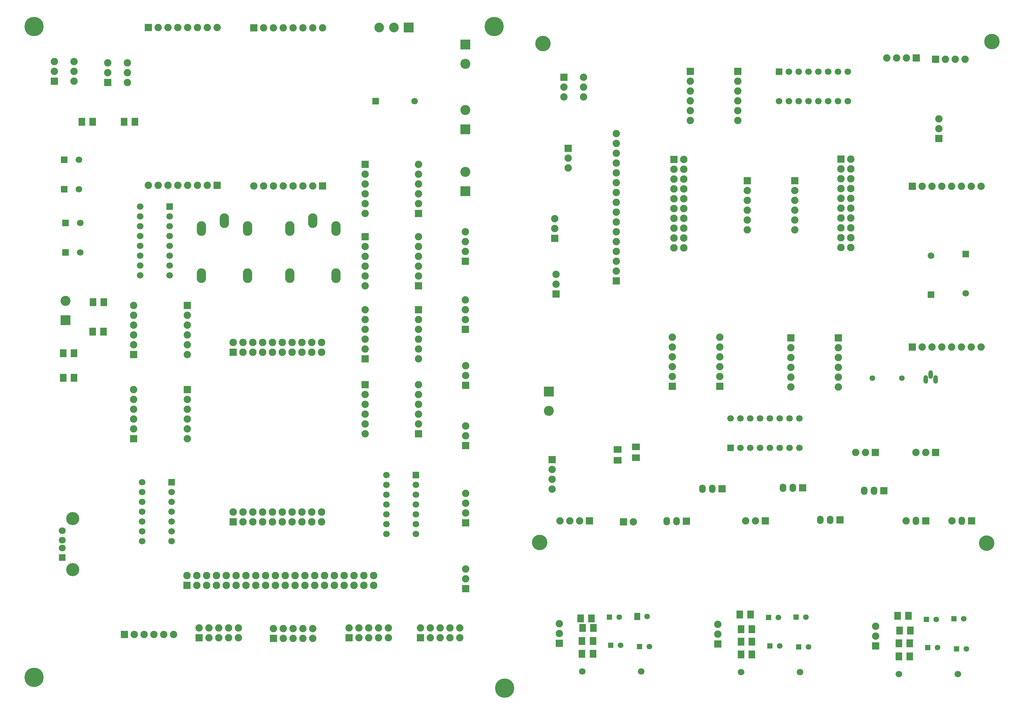
<source format=gbr>
G04 DipTrace 3.0.0.1*
G04 TopMask.gbr*
%MOIN*%
G04 #@! TF.FileFunction,Soldermask,Top*
G04 #@! TF.Part,Single*
%ADD17R,0.066929X0.066929*%
%ADD18C,0.066929*%
%ADD43C,0.15748*%
%ADD44C,0.19685*%
%ADD59C,0.066929*%
%ADD60R,0.057874X0.057874*%
%ADD62R,0.062992X0.074803*%
%ADD64C,0.057874*%
%ADD66C,0.057874*%
%ADD68O,0.047244X0.086614*%
%ADD70O,0.094488X0.149606*%
%ADD72C,0.076772*%
%ADD74R,0.076772X0.076772*%
%ADD76C,0.133858*%
%ADD78C,0.070866*%
%ADD80R,0.070866X0.070866*%
%ADD82R,0.07874X0.070866*%
%ADD84R,0.070866X0.07874*%
%ADD86O,0.066929X0.086614*%
%ADD90C,0.098425*%
%ADD92R,0.098425X0.098425*%
%ADD94C,0.102362*%
%ADD96R,0.102362X0.102362*%
%ADD98C,0.074803*%
%ADD99R,0.074803X0.074803*%
%FSLAX26Y26*%
G04*
G70*
G90*
G75*
G01*
G04 TopMask*
%LPD*%
D99*
X5936850Y4620312D3*
D98*
Y4720312D3*
Y4820312D3*
D96*
X5013911Y7160239D3*
D94*
Y6963388D3*
D96*
X5861843Y3626458D3*
D94*
Y3429608D3*
D92*
X4436295Y7335257D3*
D90*
X4286295D3*
X4136295D3*
D99*
X9833778Y6205719D3*
D98*
Y6305719D3*
Y6405719D3*
D17*
X7714552Y3055469D3*
D18*
X7814552D3*
X7914552D3*
X8014552D3*
X8114552D3*
X8214552D3*
X8314552D3*
X8414552D3*
Y3355469D3*
X8314552D3*
X8214552D3*
X8114552D3*
X8014552D3*
X7914552D3*
X7814552D3*
X7714552D3*
D99*
X5924349Y5189122D3*
D98*
Y5289122D3*
Y5389122D3*
D99*
X9187192Y3007643D3*
D98*
X9087192D3*
X8987192D3*
D99*
X9799756D3*
D98*
X9699756D3*
X9599756D3*
D99*
X5013911Y4953757D3*
D98*
Y5053757D3*
Y5153757D3*
Y5253757D3*
D99*
X5017606Y3691416D3*
D98*
Y3791416D3*
Y3891416D3*
D99*
X5897093Y2933072D3*
D98*
Y2833072D3*
Y2733072D3*
Y2633072D3*
D99*
X7261990Y2307570D3*
D86*
X7161990D3*
X7061990D3*
D99*
X5013911Y4259934D3*
D98*
Y4359934D3*
Y4459934D3*
Y4559934D3*
D99*
X5017606Y3078852D3*
D98*
Y3178852D3*
Y3278852D3*
D99*
X3829982Y1122105D3*
D98*
Y1222105D3*
X3929982Y1122105D3*
Y1222105D3*
X4029982Y1122105D3*
Y1222105D3*
X4129982Y1122105D3*
Y1222105D3*
X4229982Y1122105D3*
Y1222105D3*
D99*
X6061604Y6104719D3*
D98*
Y6004719D3*
Y5904719D3*
D99*
X1785978Y7335177D3*
D98*
X1885978D3*
X1985978D3*
X2085978D3*
X2185978D3*
X2285978D3*
X2385978D3*
X2485978D3*
D99*
X9562274Y4082285D3*
D98*
X9662274D3*
X9762274D3*
X9862274D3*
X9962274D3*
X10062274D3*
X10162274D3*
X10262274D3*
D99*
X2486091Y5728839D3*
D98*
X2386091D3*
X2286091D3*
X2186091D3*
X2086091D3*
X1986091D3*
X1886091D3*
X1786091D3*
D99*
X9562274Y5716143D3*
D98*
X9662274D3*
X9762274D3*
X9862274D3*
X9962274D3*
X10062274D3*
X10162274D3*
X10262274D3*
D99*
X2861026Y7331024D3*
D98*
X2961026D3*
X3061026D3*
X3161026D3*
X3261026D3*
X3361026D3*
X3461026D3*
X3561026D3*
D99*
X3561203Y5722588D3*
D98*
X3461203D3*
X3361203D3*
X3261203D3*
X3161203D3*
X3061203D3*
X2961203D3*
X2861203D3*
D84*
X1329615Y4236949D3*
X1219379D3*
X920715Y4018176D3*
X1030951D3*
D82*
X6561916Y2926385D3*
Y3036621D3*
D17*
X4098760Y6585178D3*
D18*
X4496398D3*
D84*
X920715Y3768150D3*
X1030951D3*
D99*
X2304822Y1122105D3*
D98*
Y1222105D3*
X2404822Y1122105D3*
Y1222105D3*
X2504822Y1122105D3*
Y1222105D3*
X2604822Y1122105D3*
Y1222105D3*
X2704822Y1122105D3*
Y1222105D3*
D17*
X929573Y5987133D3*
D18*
X1079573D3*
D17*
X929573Y5687133D3*
D18*
X1079573D3*
D17*
X942075Y5343315D3*
D18*
X1092075D3*
D17*
X942075Y5043315D3*
D18*
X1092075D3*
D96*
X5013911Y6297648D3*
D94*
Y6494499D3*
D96*
Y5666332D3*
D94*
Y5863182D3*
D99*
X5017606Y2290978D3*
D98*
Y2390978D3*
Y2490978D3*
Y2590978D3*
D99*
Y1622157D3*
D98*
Y1722157D3*
Y1822157D3*
D43*
X10372231Y7190287D3*
X5802550Y7170367D3*
D44*
X623307Y7343525D3*
D43*
X10320244Y2083451D3*
X5771516Y2091008D3*
D44*
X5306717Y7344430D3*
X5412978Y606223D3*
X623291Y717829D3*
D99*
X1542138Y1155375D3*
D98*
X1642138D3*
X1742138D3*
X1842138D3*
X1942138D3*
X2042138D3*
D17*
X10107344Y5026711D3*
D18*
Y4629073D3*
D99*
X8826337Y2320976D3*
D86*
X8726337D3*
X8626337D3*
D99*
X9273357Y2617554D3*
D86*
X9173357D3*
X9073357D3*
D80*
X910822Y1936707D3*
D78*
Y2035133D3*
Y2113873D3*
Y2212298D3*
D76*
X1017121Y1815841D3*
Y2333164D3*
D74*
X2648545Y2302315D3*
D72*
X2748545D3*
X2848545D3*
X2948545D3*
X3048545D3*
X3148545D3*
X3248545D3*
X3348545D3*
X3448545D3*
X3548545D3*
Y2402315D3*
X3448545D3*
X3348545D3*
X3248545D3*
X3148545D3*
X3048545D3*
X2948545D3*
X2848545D3*
X2748545D3*
X2648545D3*
D74*
X2648596Y4028667D3*
D72*
X2748596D3*
X2848596D3*
X2948596D3*
X3048596D3*
X3148596D3*
X3248596D3*
X3348596D3*
X3448596D3*
X3548596D3*
Y4128667D3*
X3448596D3*
X3348596D3*
X3248596D3*
X3148596D3*
X3048596D3*
X2948596D3*
X2848596D3*
X2748596D3*
X2648596D3*
D70*
X2561098Y5366301D3*
X2326098Y5286301D3*
X2796098D3*
Y4806301D3*
X2326098D3*
X3461193Y5366387D3*
X3226193Y5286387D3*
X3696193D3*
Y4806387D3*
X3226193D3*
D99*
X6551445Y4753127D3*
D98*
Y4853127D3*
Y4953127D3*
Y5053127D3*
Y5153127D3*
Y5253127D3*
Y5353127D3*
Y5453127D3*
Y5553127D3*
Y5653127D3*
Y5753127D3*
Y5853127D3*
Y5953127D3*
Y6053127D3*
Y6153127D3*
Y6253127D3*
D99*
X8367301Y5774096D3*
D98*
Y5674096D3*
Y5574096D3*
Y5474096D3*
Y5374096D3*
Y5274096D3*
D99*
X7883836Y5774096D3*
D98*
Y5674096D3*
Y5574096D3*
Y5474096D3*
Y5374096D3*
Y5274096D3*
D84*
X1110843Y6374673D3*
X1221079D3*
D99*
X9801264Y7012714D3*
D98*
X9901264D3*
X10001264D3*
X10101264D3*
D99*
X9602617Y7025845D3*
D98*
X9502617D3*
X9402617D3*
X9302617D3*
D99*
X4536312Y3197472D3*
D98*
Y3297472D3*
Y3397472D3*
Y3497472D3*
Y3597472D3*
Y3697472D3*
D99*
X3992454Y3697323D3*
D98*
Y3597323D3*
Y3497323D3*
Y3397323D3*
Y3297323D3*
Y3197323D3*
D99*
X4536312Y4703727D3*
D98*
Y4803727D3*
Y4903727D3*
Y5003727D3*
Y5103727D3*
Y5203727D3*
D99*
X3992454Y5203731D3*
D98*
Y5103731D3*
Y5003731D3*
Y4903731D3*
Y4803731D3*
Y4703731D3*
D99*
X2183360Y3647286D3*
D98*
Y3547286D3*
Y3447286D3*
Y3347286D3*
Y3247286D3*
Y3147286D3*
D99*
X1636115Y3147318D3*
D98*
Y3247318D3*
Y3347318D3*
Y3447318D3*
Y3547318D3*
Y3647318D3*
D99*
X2183360Y4503710D3*
D98*
Y4403710D3*
Y4303710D3*
Y4203710D3*
Y4103710D3*
Y4003710D3*
D99*
X1636115Y4003576D3*
D98*
Y4103576D3*
Y4203576D3*
Y4303576D3*
Y4403576D3*
Y4503576D3*
D99*
X4536312Y4459955D3*
D98*
Y4359955D3*
Y4259955D3*
Y4159955D3*
Y4059955D3*
Y3959955D3*
D99*
X3992454D3*
D98*
Y4059955D3*
Y4159955D3*
Y4259955D3*
Y4359955D3*
Y4459955D3*
D99*
X4536312Y5441361D3*
D98*
Y5541361D3*
Y5641361D3*
Y5741361D3*
Y5841361D3*
Y5941361D3*
D99*
X3992454Y5941486D3*
D98*
Y5841486D3*
Y5741486D3*
Y5641486D3*
Y5541486D3*
Y5441486D3*
D99*
X8065577Y2310631D3*
D98*
X7965577D3*
X7865577D3*
D99*
X8446075Y2648589D3*
D86*
X8346075D3*
X8246075D3*
D99*
X7786787Y6887836D3*
D98*
Y6787836D3*
Y6687836D3*
Y6587836D3*
Y6487836D3*
Y6387836D3*
D99*
X7303323Y6887846D3*
D98*
Y6787846D3*
Y6687846D3*
Y6587846D3*
Y6487846D3*
Y6387846D3*
D99*
X1373370Y6774715D3*
D98*
Y6874715D3*
Y6974715D3*
X1573370Y6774715D3*
Y6874715D3*
Y6974715D3*
D17*
X4511303Y2778529D3*
D18*
Y2678529D3*
Y2578529D3*
Y2478529D3*
Y2378529D3*
Y2278529D3*
Y2178529D3*
X4211303D3*
Y2278529D3*
Y2378529D3*
Y2478529D3*
Y2578529D3*
Y2678529D3*
Y2778529D3*
D17*
X2023542Y2703521D3*
D18*
Y2603521D3*
Y2503521D3*
Y2403521D3*
Y2303521D3*
Y2203521D3*
Y2103521D3*
X1723542D3*
Y2203521D3*
Y2303521D3*
Y2403521D3*
Y2503521D3*
Y2603521D3*
Y2703521D3*
D99*
X4555058Y1122105D3*
D98*
Y1222105D3*
X4655058Y1122105D3*
Y1222105D3*
X4755058Y1122105D3*
Y1222105D3*
X4855058Y1122105D3*
Y1222105D3*
X4955058Y1122105D3*
Y1222105D3*
D99*
X3061151Y1115854D3*
D98*
Y1215854D3*
X3161151Y1115854D3*
Y1215854D3*
X3261151Y1115854D3*
Y1215854D3*
X3361151Y1115854D3*
Y1215854D3*
X3461151Y1115854D3*
Y1215854D3*
D99*
X829563Y6787217D3*
D98*
Y6887217D3*
Y6987217D3*
X1029563Y6787217D3*
Y6887217D3*
Y6987217D3*
D99*
X6624423Y2301319D3*
D98*
X6724423D3*
D68*
X9699787Y3750724D3*
X9749787Y3800724D3*
X9799787Y3750724D3*
D82*
X6748685Y3065178D3*
Y2954942D3*
D66*
X9457073Y3763416D3*
D64*
X9157073D3*
D84*
X1538495Y6374673D3*
X1648731D3*
D74*
X2179808Y1653411D3*
D72*
X2279808D3*
X2379808D3*
X2479808D3*
X2579808D3*
X2679808D3*
X2779808D3*
X2879808D3*
X2979808D3*
X3079808D3*
X3179808D3*
X3279808D3*
X3379808D3*
X3479808D3*
X3579808D3*
X3679808D3*
X3779808D3*
X3879808D3*
X3979808D3*
X4079808D3*
Y1753411D3*
X3979808D3*
X3879808D3*
X3779808D3*
X3679808D3*
X3579808D3*
X3479808D3*
X3379808D3*
X3279808D3*
X3179808D3*
X3079808D3*
X2979808D3*
X2879808D3*
X2779808D3*
X2679808D3*
X2579808D3*
X2479808D3*
X2379808D3*
X2279808D3*
X2179808D3*
D99*
X9701626Y2310631D3*
D86*
X9601626D3*
D98*
X9501626D3*
D99*
X10166287D3*
D86*
X10066287D3*
D98*
X9966287D3*
D99*
X7121038Y3680329D3*
D98*
Y3780329D3*
Y3880329D3*
Y3980329D3*
Y4080329D3*
Y4180329D3*
D99*
X7604501Y3680339D3*
D98*
Y3780339D3*
Y3880339D3*
Y3980339D3*
Y4080339D3*
Y4180339D3*
D99*
X6016824Y6828699D3*
D98*
Y6728699D3*
Y6628699D3*
X6216824Y6828699D3*
Y6728699D3*
Y6628699D3*
D74*
X7135749Y5991537D3*
D72*
Y5891537D3*
Y5791537D3*
Y5691537D3*
Y5591537D3*
Y5491537D3*
Y5391537D3*
Y5291537D3*
Y5191537D3*
Y5091537D3*
X7235749D3*
Y5191537D3*
Y5291537D3*
Y5391537D3*
Y5491537D3*
Y5591537D3*
Y5691537D3*
Y5791537D3*
Y5891537D3*
Y5991537D3*
D74*
X8835749Y5993316D3*
D72*
Y5893316D3*
Y5793316D3*
Y5693316D3*
Y5593316D3*
Y5493316D3*
Y5393316D3*
Y5293316D3*
Y5193316D3*
Y5093316D3*
X8935749D3*
Y5193316D3*
Y5293316D3*
Y5393316D3*
Y5493316D3*
Y5593316D3*
Y5693316D3*
Y5793316D3*
Y5893316D3*
Y5993316D3*
D99*
X8325783Y4175348D3*
D98*
Y4075348D3*
Y3975348D3*
Y3875348D3*
Y3775348D3*
Y3675348D3*
D99*
X8809249Y4175358D3*
D98*
Y4075358D3*
Y3975358D3*
Y3875358D3*
Y3775358D3*
Y3675358D3*
D99*
X6278004Y2310631D3*
D98*
X6178004D3*
X6078004D3*
X5978004D3*
D99*
X7625583Y2638243D3*
D86*
X7525583D3*
X7425583D3*
D17*
X2004790Y5510066D3*
D18*
Y5410066D3*
Y5310066D3*
Y5210066D3*
Y5110066D3*
Y5010066D3*
Y4910066D3*
Y4810066D3*
X1704790D3*
Y4910066D3*
Y5010066D3*
Y5110066D3*
Y5210066D3*
Y5310066D3*
Y5410066D3*
Y5510066D3*
D17*
X8205450Y6884390D3*
D18*
X8305450D3*
X8405450D3*
X8505450D3*
X8605450D3*
X8705450D3*
X8805450D3*
X8905450D3*
Y6584390D3*
X8805450D3*
X8705450D3*
X8605450D3*
X8505450D3*
X8405450D3*
X8305450D3*
X8205450D3*
D17*
X9754068Y4614971D3*
D18*
Y5012609D3*
D84*
X1223354Y4536980D3*
X1333591D3*
D66*
X6861948Y1338718D3*
D62*
X6761948D3*
D66*
X6593169Y1044936D3*
D60*
X6493169D3*
D66*
X6580667Y1332466D3*
D60*
X6480667D3*
D66*
X6886950Y1032436D3*
D60*
X6786950D3*
D99*
X5970379Y1063688D3*
D98*
Y1163688D3*
Y1263688D3*
D59*
X6801717Y776157D3*
X6201717D3*
D84*
X6207904Y1219954D3*
X6318140D3*
X6188013Y1318827D3*
X6298249D3*
X6201654Y1088692D3*
X6311890D3*
X6201654Y957428D3*
X6311890D3*
D66*
X8480867Y1332467D3*
D60*
X8380867D3*
D66*
X8212089Y1038685D3*
D60*
X8112089D3*
D66*
X8199587Y1326215D3*
D60*
X8099587D3*
D66*
X8505870Y1026185D3*
D60*
X8405870D3*
D99*
X7583049Y1057437D3*
D98*
Y1157437D3*
Y1257437D3*
D59*
X8420636Y769907D3*
X7820636D3*
D84*
X7820573Y1207453D3*
X7930810D3*
X7808072Y1357469D3*
X7918308D3*
X7820573Y1082441D3*
X7930810D3*
X7820573Y951177D3*
X7930810D3*
D66*
X10087286Y1313715D3*
D60*
X9987286D3*
D66*
X9818508Y1019933D3*
D60*
X9718508D3*
D66*
X9806005Y1307463D3*
D60*
X9706005D3*
D66*
X10112289Y1007433D3*
D60*
X10012289D3*
D99*
X9189467Y1038685D3*
D98*
Y1138685D3*
Y1238685D3*
D59*
X10027055Y751155D3*
X9427055D3*
D84*
X9433243Y1194951D3*
X9543479D3*
X9414491Y1344967D3*
X9524727D3*
X9426992Y1063689D3*
X9537228D3*
X9426992Y932425D3*
X9537228D3*
D96*
X942075Y4355711D3*
D94*
Y4552562D3*
M02*

</source>
